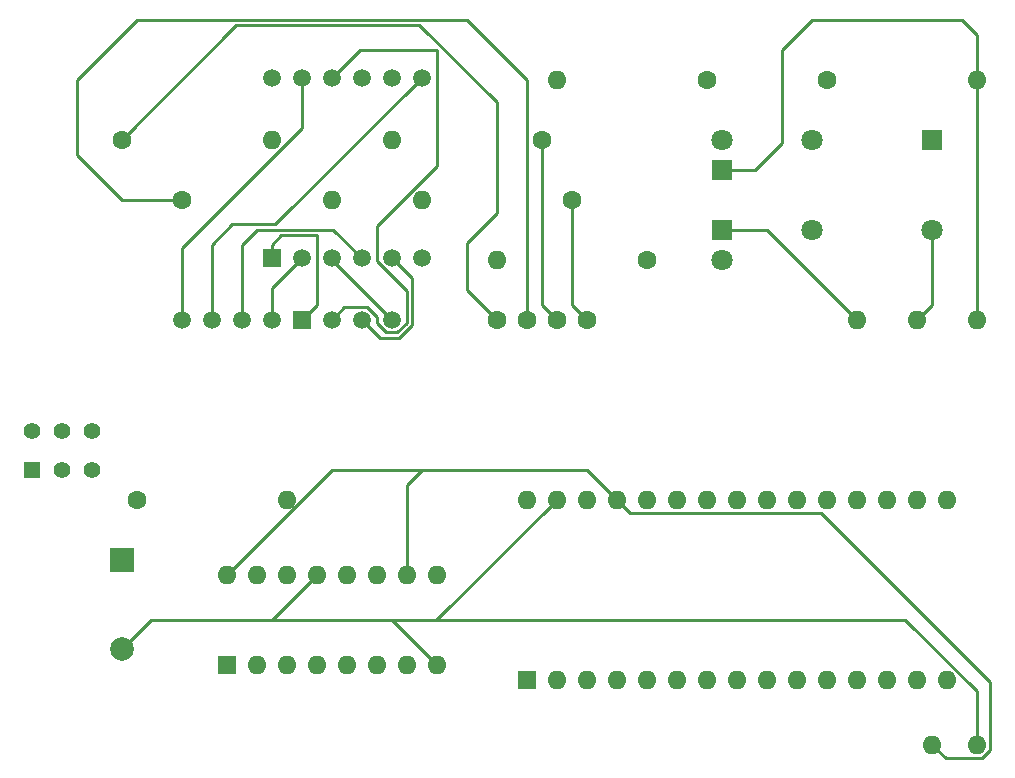
<source format=gbr>
%TF.GenerationSoftware,KiCad,Pcbnew,(6.0.0-0)*%
%TF.CreationDate,2022-01-22T02:41:56+05:30*%
%TF.ProjectId,Schematics,53636865-6d61-4746-9963-732e6b696361,rev?*%
%TF.SameCoordinates,Original*%
%TF.FileFunction,Copper,L2,Bot*%
%TF.FilePolarity,Positive*%
%FSLAX46Y46*%
G04 Gerber Fmt 4.6, Leading zero omitted, Abs format (unit mm)*
G04 Created by KiCad (PCBNEW (6.0.0-0)) date 2022-01-22 02:41:56*
%MOMM*%
%LPD*%
G01*
G04 APERTURE LIST*
%TA.AperFunction,ComponentPad*%
%ADD10C,1.500000*%
%TD*%
%TA.AperFunction,ComponentPad*%
%ADD11R,2.000000X2.000000*%
%TD*%
%TA.AperFunction,ComponentPad*%
%ADD12C,2.000000*%
%TD*%
%TA.AperFunction,ComponentPad*%
%ADD13O,1.600000X1.600000*%
%TD*%
%TA.AperFunction,ComponentPad*%
%ADD14R,1.800000X1.800000*%
%TD*%
%TA.AperFunction,ComponentPad*%
%ADD15C,1.800000*%
%TD*%
%TA.AperFunction,ComponentPad*%
%ADD16R,1.500000X1.500000*%
%TD*%
%TA.AperFunction,ComponentPad*%
%ADD17R,1.600000X1.600000*%
%TD*%
%TA.AperFunction,ComponentPad*%
%ADD18C,1.600000*%
%TD*%
%TA.AperFunction,ComponentPad*%
%ADD19R,1.400000X1.400000*%
%TD*%
%TA.AperFunction,ComponentPad*%
%ADD20C,1.400000*%
%TD*%
%TA.AperFunction,Conductor*%
%ADD21C,0.250000*%
%TD*%
G04 APERTURE END LIST*
D10*
%TO.P,,10,f*%
%TO.N,Net-(U1-Pad5)*%
X121837425Y-97619027D03*
%TD*%
D11*
%TO.P,BZ1,1,-*%
%TO.N,Net-(BZ1-Pad1)*%
X104057425Y-117939027D03*
D12*
%TO.P,BZ1,2,+*%
%TO.N,GND*%
X104057425Y-125539027D03*
%TD*%
D10*
%TO.P,,11,a*%
%TO.N,Net-(U1-Pad15)*%
X109137425Y-97619027D03*
%TD*%
%TO.P,,2,d*%
%TO.N,Net-(U1-Pad3)*%
X116757425Y-97619027D03*
%TD*%
D13*
%TO.P,,29,GND*%
%TO.N,GND*%
X176447425Y-133603547D03*
%TD*%
D10*
%TO.P,,7,b*%
%TO.N,Net-(U1-Pad1)*%
X111677425Y-97619027D03*
%TD*%
D14*
%TO.P,D2,1,K*%
%TO.N,GND*%
X154857425Y-84919027D03*
D15*
%TO.P,D2,2,A*%
%TO.N,Net-(D2-Pad2)*%
X154857425Y-82379027D03*
%TD*%
D16*
%TO.P,,1,e*%
%TO.N,Net-(U1-Pad4)*%
X119297425Y-97619027D03*
%TD*%
D10*
%TO.P,,4,c*%
%TO.N,Net-(U1-Pad2)*%
X114217425Y-97619027D03*
%TD*%
%TO.P,,5,g*%
%TO.N,Net-(U1-Pad6)*%
X124377425Y-97619027D03*
%TD*%
%TO.P,,3,DPX*%
%TO.N,Net-(U1-Pad7)*%
X126917425Y-97619027D03*
%TD*%
D17*
%TO.P,A1,1,D1/TX*%
%TO.N,unconnected-(A1-Pad1)*%
X138347425Y-128089027D03*
D13*
%TO.P,A1,2,D0/RX*%
%TO.N,unconnected-(A1-Pad2)*%
X140887425Y-128089027D03*
%TO.P,A1,3,~{RESET}*%
%TO.N,unconnected-(A1-Pad3)*%
X143427425Y-128089027D03*
%TO.P,A1,4,GND*%
%TO.N,unconnected-(A1-Pad4)*%
X145967425Y-128089027D03*
%TO.P,A1,5,D2*%
%TO.N,Dat1*%
X148507425Y-128089027D03*
%TO.P,A1,6,D3*%
%TO.N,Dat2*%
X151047425Y-128089027D03*
%TO.P,A1,7,D4*%
%TO.N,Dat3*%
X153587425Y-128089027D03*
%TO.P,A1,8,D5*%
%TO.N,Dat4*%
X156127425Y-128089027D03*
%TO.P,A1,9,D6*%
%TO.N,Net-(A1-Pad9)*%
X158667425Y-128089027D03*
%TO.P,A1,10,D7*%
%TO.N,Net-(A1-Pad10)*%
X161207425Y-128089027D03*
%TO.P,A1,11,D8*%
%TO.N,RCLK*%
X163747425Y-128089027D03*
%TO.P,A1,12,D9*%
%TO.N,Net-(A1-Pad12)*%
X166287425Y-128089027D03*
%TO.P,A1,13,D10*%
%TO.N,unconnected-(A1-Pad13)*%
X168827425Y-128089027D03*
%TO.P,A1,14,D11*%
%TO.N,SER*%
X171367425Y-128089027D03*
%TO.P,A1,15,D12*%
%TO.N,SRCLK*%
X173907425Y-128089027D03*
%TO.P,A1,16,D13*%
%TO.N,unconnected-(A1-Pad16)*%
X173907425Y-112849027D03*
%TO.P,A1,17,3V3*%
%TO.N,unconnected-(A1-Pad17)*%
X171367425Y-112849027D03*
%TO.P,A1,18,AREF*%
%TO.N,unconnected-(A1-Pad18)*%
X168827425Y-112849027D03*
%TO.P,A1,19,A0*%
%TO.N,unconnected-(A1-Pad19)*%
X166287425Y-112849027D03*
%TO.P,A1,20,A1*%
%TO.N,unconnected-(A1-Pad20)*%
X163747425Y-112849027D03*
%TO.P,A1,21,A2*%
%TO.N,unconnected-(A1-Pad21)*%
X161207425Y-112849027D03*
%TO.P,A1,22,A3*%
%TO.N,unconnected-(A1-Pad22)*%
X158667425Y-112849027D03*
%TO.P,A1,23,A4*%
%TO.N,unconnected-(A1-Pad23)*%
X156127425Y-112849027D03*
%TO.P,A1,24,A5*%
%TO.N,unconnected-(A1-Pad24)*%
X153587425Y-112849027D03*
%TO.P,A1,25,A6*%
%TO.N,unconnected-(A1-Pad25)*%
X151047425Y-112849027D03*
%TO.P,A1,26,A7*%
%TO.N,unconnected-(A1-Pad26)*%
X148507425Y-112849027D03*
%TO.P,A1,27,+5V*%
%TO.N,Net-(A1-Pad27)*%
X145967425Y-112849027D03*
%TO.P,A1,28,~{RESET}*%
%TO.N,unconnected-(A1-Pad28)*%
X143427425Y-112849027D03*
%TO.P,A1,29,GND*%
%TO.N,BT GND*%
X140887425Y-112849027D03*
%TO.P,A1,30,VIN*%
%TO.N,Net-(A1-Pad30)*%
X138347425Y-112849027D03*
%TD*%
D18*
%TO.P,R2,1*%
%TO.N,Net-(BZ1-Pad1)*%
X105327425Y-112859027D03*
D13*
%TO.P,R2,2*%
%TO.N,Net-(A1-Pad9)*%
X118027425Y-112859027D03*
%TD*%
D18*
%TO.P,,1*%
%TO.N,D4*%
X143427425Y-97609027D03*
%TD*%
%TO.P,,1*%
%TO.N,D3*%
X140887425Y-97609027D03*
%TD*%
D15*
%TO.P,SW1,1,1*%
%TO.N,Net-(R1-Pad1)*%
X162477425Y-82379027D03*
D14*
X172637425Y-82379027D03*
D15*
%TO.P,SW1,2,2*%
%TO.N,Net-(A1-Pad27)*%
X162477425Y-89999027D03*
X172637425Y-89999027D03*
%TD*%
D13*
%TO.P,,12,D9*%
%TO.N,Net-(A1-Pad12)*%
X166287425Y-97609027D03*
%TD*%
D17*
%TO.P,U1,1,QB*%
%TO.N,Net-(U1-Pad1)*%
X112962425Y-126819027D03*
D13*
%TO.P,U1,2,QC*%
%TO.N,Net-(U1-Pad2)*%
X115502425Y-126819027D03*
%TO.P,U1,3,QD*%
%TO.N,Net-(U1-Pad3)*%
X118042425Y-126819027D03*
%TO.P,U1,4,QE*%
%TO.N,Net-(U1-Pad4)*%
X120582425Y-126819027D03*
%TO.P,U1,5,QF*%
%TO.N,Net-(U1-Pad5)*%
X123122425Y-126819027D03*
%TO.P,U1,6,QG*%
%TO.N,Net-(U1-Pad6)*%
X125662425Y-126819027D03*
%TO.P,U1,7,QH*%
%TO.N,Net-(U1-Pad7)*%
X128202425Y-126819027D03*
%TO.P,U1,8,GND*%
%TO.N,GND*%
X130742425Y-126819027D03*
%TO.P,U1,9,QH'*%
%TO.N,unconnected-(U1-Pad9)*%
X130742425Y-119199027D03*
%TO.P,U1,10,~{SRCLR}*%
%TO.N,Net-(A1-Pad27)*%
X128202425Y-119199027D03*
%TO.P,U1,11,SRCLK*%
%TO.N,SRCLK*%
X125662425Y-119199027D03*
%TO.P,U1,12,RCLK*%
%TO.N,RCLK*%
X123122425Y-119199027D03*
%TO.P,U1,13,~{OE}*%
%TO.N,GND*%
X120582425Y-119199027D03*
%TO.P,U1,14,SER*%
%TO.N,SER*%
X118042425Y-119199027D03*
%TO.P,U1,15,QA*%
%TO.N,Net-(U1-Pad15)*%
X115502425Y-119199027D03*
%TO.P,U1,16,VCC*%
%TO.N,Net-(A1-Pad27)*%
X112962425Y-119199027D03*
%TD*%
%TO.P,,2*%
%TO.N,Net-(A1-Pad27)*%
X171367425Y-97609027D03*
%TD*%
%TO.P,,2*%
%TO.N,GND*%
X176447425Y-97609027D03*
%TD*%
%TO.P,,2*%
%TO.N,Net-(A1-Pad27)*%
X172720000Y-133603547D03*
%TD*%
D16*
%TO.P,U2,1,e*%
%TO.N,Net-(U1-Pad4)*%
X116757425Y-92396527D03*
D10*
%TO.P,U2,2,d*%
%TO.N,Net-(U1-Pad3)*%
X119297425Y-92396527D03*
%TO.P,U2,3,DPX*%
%TO.N,Net-(U1-Pad7)*%
X121837425Y-92396527D03*
%TO.P,U2,4,c*%
%TO.N,Net-(U1-Pad2)*%
X124377425Y-92396527D03*
%TO.P,U2,5,g*%
%TO.N,Net-(U1-Pad6)*%
X126917425Y-92396527D03*
%TO.P,U2,6,CC4*%
%TO.N,Net-(R6-Pad2)*%
X129457425Y-92396527D03*
%TO.P,U2,7,b*%
%TO.N,Net-(U1-Pad1)*%
X129457425Y-77156527D03*
%TO.P,U2,8,CC3*%
%TO.N,Net-(R7-Pad2)*%
X126917425Y-77156527D03*
%TO.P,U2,9,CC2*%
%TO.N,Net-(R5-Pad2)*%
X124377425Y-77156527D03*
%TO.P,U2,10,f*%
%TO.N,Net-(U1-Pad5)*%
X121837425Y-77156527D03*
%TO.P,U2,11,a*%
%TO.N,Net-(U1-Pad15)*%
X119297425Y-77156527D03*
%TO.P,U2,12,CC1*%
%TO.N,Net-(R8-Pad2)*%
X116757425Y-77156527D03*
%TD*%
D18*
%TO.P,,1*%
%TO.N,D2*%
X138347425Y-97609027D03*
%TD*%
%TO.P,,1*%
%TO.N,D1*%
X135807425Y-97609027D03*
%TD*%
D14*
%TO.P,D1,1,K*%
%TO.N,Net-(A1-Pad12)*%
X154857425Y-89999027D03*
D15*
%TO.P,D1,2,A*%
%TO.N,Net-(D1-Pad2)*%
X154857425Y-92539027D03*
%TD*%
D18*
%TO.P,R4,1*%
%TO.N,Net-(D2-Pad2)*%
X153587425Y-77299027D03*
D13*
%TO.P,R4,2*%
%TO.N,Net-(A1-Pad12)*%
X140887425Y-77299027D03*
%TD*%
D18*
%TO.P,R1,1*%
%TO.N,Net-(R1-Pad1)*%
X163747425Y-77299027D03*
D13*
%TO.P,R1,2*%
%TO.N,GND*%
X176447425Y-77299027D03*
%TD*%
D18*
%TO.P,R3,1*%
%TO.N,Net-(D1-Pad2)*%
X148507425Y-92539027D03*
D13*
%TO.P,R3,2*%
%TO.N,Net-(A1-Pad27)*%
X135807425Y-92539027D03*
%TD*%
D19*
%TO.P,SW2,1,A*%
%TO.N,unconnected-(SW2-Pad1)*%
X96517425Y-110319027D03*
D20*
%TO.P,SW2,2,B*%
%TO.N,Net-(SW2-Pad2)*%
X99017425Y-110319027D03*
%TO.P,SW2,3,C*%
%TO.N,Net-(A1-Pad30)*%
X101517425Y-110319027D03*
%TO.P,SW2,4*%
%TO.N,N/C*%
X96517425Y-107019027D03*
%TO.P,SW2,5*%
X99017425Y-107019027D03*
%TO.P,SW2,6*%
X101517425Y-107019027D03*
%TD*%
D18*
%TO.P,R6,1*%
%TO.N,Dat4*%
X142157425Y-87459027D03*
D13*
%TO.P,R6,2*%
%TO.N,Net-(R6-Pad2)*%
X129457425Y-87459027D03*
%TD*%
D18*
%TO.P,R7,1*%
%TO.N,Dat3*%
X139617425Y-82379027D03*
D13*
%TO.P,R7,2*%
%TO.N,Net-(R7-Pad2)*%
X126917425Y-82379027D03*
%TD*%
D18*
%TO.P,R5,1*%
%TO.N,Dat2*%
X109137425Y-87459027D03*
D13*
%TO.P,R5,2*%
%TO.N,Net-(R5-Pad2)*%
X121837425Y-87459027D03*
%TD*%
D18*
%TO.P,R8,1*%
%TO.N,Dat1*%
X104057425Y-82379027D03*
D13*
%TO.P,R8,2*%
%TO.N,Net-(R8-Pad2)*%
X116757425Y-82379027D03*
%TD*%
D21*
%TO.N,Net-(A1-Pad27)*%
X121842425Y-110319027D02*
X129457425Y-110319027D01*
X177571936Y-128295483D02*
X177571936Y-134069336D01*
X112962425Y-119199027D02*
X121842425Y-110319027D01*
X143457425Y-110339027D02*
X143457425Y-110319027D01*
X177571936Y-134069336D02*
X176913214Y-134728058D01*
X128202425Y-119199027D02*
X128202425Y-111574027D01*
X172637425Y-96339027D02*
X171367425Y-97609027D01*
X145967425Y-112849027D02*
X147091936Y-113973538D01*
X129457425Y-110319027D02*
X143457425Y-110319027D01*
X176913214Y-134728058D02*
X173844511Y-134728058D01*
X143457425Y-110319027D02*
X143447425Y-110309027D01*
X128202425Y-111574027D02*
X129457425Y-110319027D01*
X145967425Y-112849027D02*
X143457425Y-110339027D01*
X173844511Y-134728058D02*
X172720000Y-133603547D01*
X172637425Y-89999027D02*
X172637425Y-96339027D01*
X147091936Y-113973538D02*
X163249991Y-113973538D01*
X163249991Y-113973538D02*
X177571936Y-128295483D01*
%TO.N,Net-(A1-Pad12)*%
X158677425Y-89999027D02*
X166287425Y-97609027D01*
X154857425Y-89999027D02*
X158677425Y-89999027D01*
%TO.N,GND*%
X106577425Y-123019027D02*
X116762425Y-123019027D01*
X176447425Y-77299027D02*
X176447425Y-88729027D01*
X130717425Y-123019027D02*
X140887425Y-112849027D01*
X116762425Y-123019027D02*
X126942425Y-123019027D01*
X130717425Y-123019027D02*
X170427725Y-123019027D01*
X104057425Y-125539027D02*
X106577425Y-123019027D01*
X176447425Y-129038727D02*
X176447425Y-133603547D01*
X157717725Y-84919027D02*
X159937425Y-82699327D01*
X159937425Y-74759027D02*
X162477425Y-72219027D01*
X170427725Y-123019027D02*
X176447425Y-129038727D01*
X116762425Y-123019027D02*
X120582425Y-119199027D01*
X159937425Y-82699327D02*
X159937425Y-74759027D01*
X176447425Y-88729027D02*
X176447425Y-97609027D01*
X126942425Y-123019027D02*
X130717425Y-123019027D01*
X154857425Y-84919027D02*
X157717725Y-84919027D01*
X126942425Y-123019027D02*
X130742425Y-126819027D01*
X176447425Y-73489027D02*
X176447425Y-77299027D01*
X175177425Y-72219027D02*
X176447425Y-73489027D01*
X162477425Y-72219027D02*
X175177425Y-72219027D01*
%TO.N,Net-(U1-Pad1)*%
X113396945Y-89539507D02*
X111677425Y-91259027D01*
X111677425Y-91259027D02*
X111677425Y-97619027D01*
X117074445Y-89539507D02*
X113396945Y-89539507D01*
X129457425Y-77156527D02*
X117074445Y-89539507D01*
%TO.N,Net-(U1-Pad2)*%
X121969925Y-89989027D02*
X115487425Y-89989027D01*
X115487425Y-89989027D02*
X114217425Y-91259027D01*
X114217425Y-91259027D02*
X114217425Y-97619027D01*
X124377425Y-92396527D02*
X121969925Y-89989027D01*
%TO.N,Net-(U1-Pad3)*%
X119297425Y-92396527D02*
X116757425Y-94936527D01*
X116757425Y-94936527D02*
X116757425Y-97619027D01*
%TO.N,Net-(U1-Pad4)*%
X117577905Y-90438547D02*
X120567425Y-90438547D01*
X120567425Y-90438547D02*
X120567425Y-96349027D01*
X120567425Y-96349027D02*
X119297425Y-97619027D01*
X116757425Y-92396527D02*
X116757425Y-91259027D01*
X116757425Y-91259027D02*
X117577905Y-90438547D01*
%TO.N,Net-(U1-Pad5)*%
X124244925Y-74749027D02*
X130727425Y-74749027D01*
X125647425Y-89678727D02*
X125647425Y-92646116D01*
X127362503Y-98693538D02*
X126472347Y-98693538D01*
X125647425Y-97868616D02*
X125647425Y-97369438D01*
X125647425Y-92646116D02*
X128187425Y-95186116D01*
X122911936Y-96544516D02*
X121837425Y-97619027D01*
X124822503Y-96544516D02*
X122911936Y-96544516D01*
X128187425Y-97868616D02*
X127362503Y-98693538D01*
X121837425Y-77156527D02*
X124244925Y-74749027D01*
X130727425Y-74749027D02*
X130727425Y-84598727D01*
X126472347Y-98693538D02*
X125647425Y-97868616D01*
X125647425Y-97369438D02*
X124822503Y-96544516D01*
X128187425Y-95186116D02*
X128187425Y-97868616D01*
X130727425Y-84598727D02*
X125647425Y-89678727D01*
%TO.N,Net-(U1-Pad6)*%
X126917425Y-92396527D02*
X128636945Y-94116047D01*
X128636945Y-98054814D02*
X127548700Y-99143058D01*
X127548700Y-99143058D02*
X125901456Y-99143058D01*
X128636945Y-94116047D02*
X128636945Y-98054814D01*
X125901456Y-99143058D02*
X124377425Y-97619027D01*
%TO.N,Net-(U1-Pad7)*%
X121837425Y-92539027D02*
X126917425Y-97619027D01*
X121837425Y-92396527D02*
X121837425Y-92539027D01*
%TO.N,Net-(U1-Pad15)*%
X119297425Y-81429327D02*
X109137425Y-91589327D01*
X109137425Y-91589327D02*
X109137425Y-97619027D01*
X119297425Y-77156527D02*
X119297425Y-81429327D01*
%TO.N,Dat4*%
X142157425Y-87459027D02*
X142157425Y-96339027D01*
X142157425Y-96339027D02*
X143427425Y-97609027D01*
%TO.N,Dat3*%
X139617425Y-96339027D02*
X140887425Y-97609027D01*
X139617425Y-82379027D02*
X139617425Y-96339027D01*
%TO.N,Dat2*%
X133267425Y-72209027D02*
X138347425Y-77289027D01*
X138347425Y-77289027D02*
X138347425Y-97609027D01*
X100247425Y-83639027D02*
X100247425Y-77289027D01*
X104067425Y-87459027D02*
X100247425Y-83639027D01*
X105327425Y-72209027D02*
X133267425Y-72209027D01*
X109137425Y-87459027D02*
X104067425Y-87459027D01*
X100247425Y-77289027D02*
X105327425Y-72209027D01*
%TO.N,Dat1*%
X113777905Y-72658547D02*
X129272662Y-72658547D01*
X135807425Y-88573538D02*
X133267425Y-91113538D01*
X104057425Y-82379027D02*
X113777905Y-72658547D01*
X133267425Y-95069027D02*
X135807425Y-97609027D01*
X133267425Y-91113538D02*
X133267425Y-95069027D01*
X135807425Y-79193310D02*
X135807425Y-88573538D01*
X129272662Y-72658547D02*
X135807425Y-79193310D01*
%TD*%
M02*

</source>
